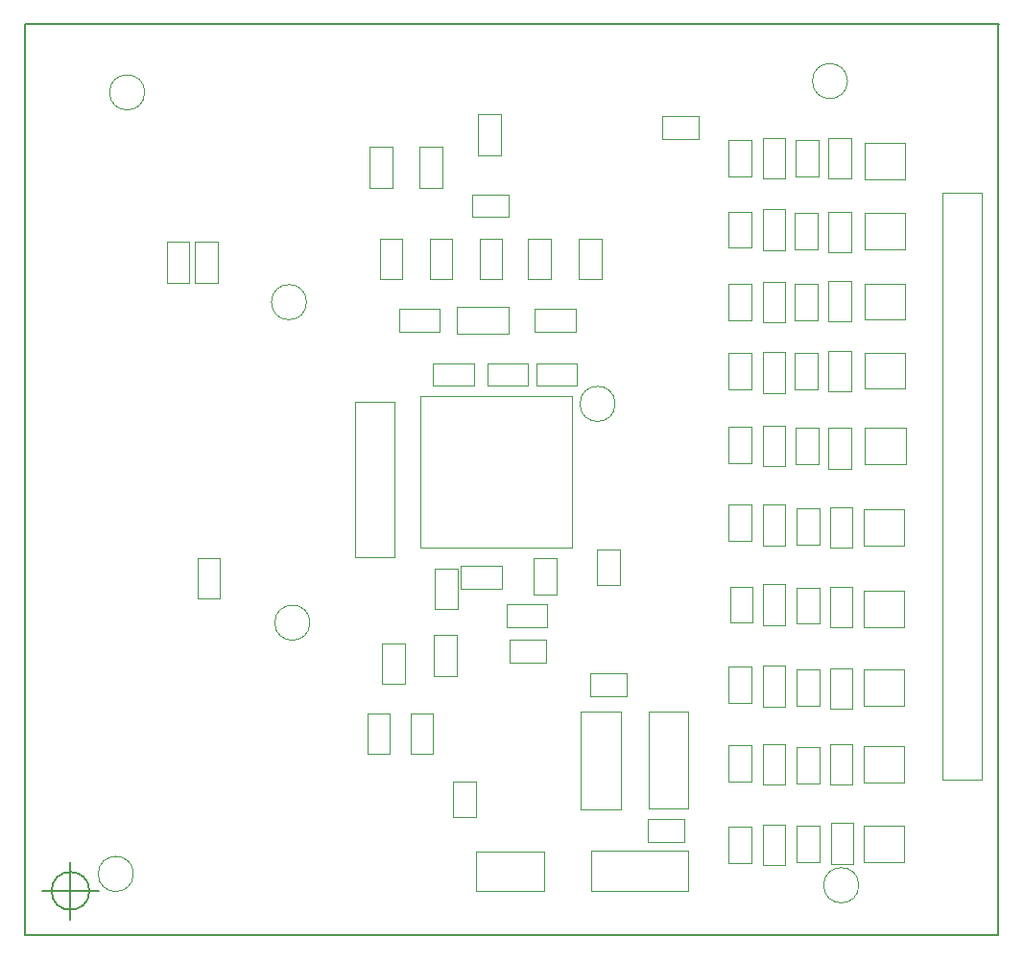
<source format=gbr>
G04 #@! TF.FileFunction,Other,User*
%FSLAX46Y46*%
G04 Gerber Fmt 4.6, Leading zero omitted, Abs format (unit mm)*
G04 Created by KiCad (PCBNEW 4.0.2-stable) date 30/10/2016 11:04:25*
%MOMM*%
G01*
G04 APERTURE LIST*
%ADD10C,0.100000*%
%ADD11C,0.150000*%
%ADD12C,0.050000*%
G04 APERTURE END LIST*
D10*
D11*
X1666666Y0D02*
G75*
G03X1666666Y0I-1666666J0D01*
G01*
X-2500000Y0D02*
X2500000Y0D01*
X0Y2500000D02*
X0Y-2500000D01*
X-3985000Y76580000D02*
X81880000Y76580000D01*
X-3985000Y76580000D02*
X-3985000Y-3920000D01*
X81875000Y-3920000D02*
X81875000Y76580000D01*
X-3990000Y-3920000D02*
X81875000Y-3920000D01*
D12*
X21130000Y23680000D02*
G75*
G03X21130000Y23680000I-1550000J0D01*
G01*
X20830000Y51980000D02*
G75*
G03X20830000Y51980000I-1550000J0D01*
G01*
X51020000Y15850000D02*
X51020000Y7250000D01*
X54520000Y15850000D02*
X54520000Y7250000D01*
X51020000Y15850000D02*
X54520000Y15850000D01*
X51020000Y7250000D02*
X54520000Y7250000D01*
X35480000Y61480000D02*
X38680000Y61480000D01*
X35480000Y59480000D02*
X38680000Y59480000D01*
X35480000Y61480000D02*
X35480000Y59480000D01*
X38680000Y61480000D02*
X38680000Y59480000D01*
X44280000Y30280000D02*
X44280000Y43680000D01*
X30880000Y30280000D02*
X30880000Y43680000D01*
X44280000Y30280000D02*
X30880000Y30280000D01*
X44280000Y43680000D02*
X30880000Y43680000D01*
X61080000Y62880000D02*
X61080000Y66480000D01*
X63080000Y62880000D02*
X63080000Y66480000D01*
X61080000Y62880000D02*
X63080000Y62880000D01*
X61080000Y66480000D02*
X63080000Y66480000D01*
X66880000Y62880000D02*
X66880000Y66480000D01*
X68880000Y62880000D02*
X68880000Y66480000D01*
X66880000Y62880000D02*
X68880000Y62880000D01*
X66880000Y66480000D02*
X68880000Y66480000D01*
X61080000Y56580000D02*
X61080000Y60180000D01*
X63080000Y56580000D02*
X63080000Y60180000D01*
X61080000Y56580000D02*
X63080000Y56580000D01*
X61080000Y60180000D02*
X63080000Y60180000D01*
X66880000Y56380000D02*
X66880000Y59980000D01*
X68880000Y56380000D02*
X68880000Y59980000D01*
X66880000Y56380000D02*
X68880000Y56380000D01*
X66880000Y59980000D02*
X68880000Y59980000D01*
X61080000Y50180000D02*
X61080000Y53780000D01*
X63080000Y50180000D02*
X63080000Y53780000D01*
X61080000Y50180000D02*
X63080000Y50180000D01*
X61080000Y53780000D02*
X63080000Y53780000D01*
X66880000Y50280000D02*
X66880000Y53880000D01*
X68880000Y50280000D02*
X68880000Y53880000D01*
X66880000Y50280000D02*
X68880000Y50280000D01*
X66880000Y53880000D02*
X68880000Y53880000D01*
X61080000Y43980000D02*
X61080000Y47580000D01*
X63080000Y43980000D02*
X63080000Y47580000D01*
X61080000Y43980000D02*
X63080000Y43980000D01*
X61080000Y47580000D02*
X63080000Y47580000D01*
X66880000Y44080000D02*
X66880000Y47680000D01*
X68880000Y44080000D02*
X68880000Y47680000D01*
X66880000Y44080000D02*
X68880000Y44080000D01*
X66880000Y47680000D02*
X68880000Y47680000D01*
X61080000Y37480000D02*
X61080000Y41080000D01*
X63080000Y37480000D02*
X63080000Y41080000D01*
X61080000Y37480000D02*
X63080000Y37480000D01*
X61080000Y41080000D02*
X63080000Y41080000D01*
X66880000Y37280000D02*
X66880000Y40880000D01*
X68880000Y37280000D02*
X68880000Y40880000D01*
X66880000Y37280000D02*
X68880000Y37280000D01*
X66880000Y40880000D02*
X68880000Y40880000D01*
X61080000Y30480000D02*
X61080000Y34080000D01*
X63080000Y30480000D02*
X63080000Y34080000D01*
X61080000Y30480000D02*
X63080000Y30480000D01*
X61080000Y34080000D02*
X63080000Y34080000D01*
X66980000Y30280000D02*
X66980000Y33880000D01*
X68980000Y30280000D02*
X68980000Y33880000D01*
X66980000Y30280000D02*
X68980000Y30280000D01*
X66980000Y33880000D02*
X68980000Y33880000D01*
X61080000Y23480000D02*
X61080000Y27080000D01*
X63080000Y23480000D02*
X63080000Y27080000D01*
X61080000Y23480000D02*
X63080000Y23480000D01*
X61080000Y27080000D02*
X63080000Y27080000D01*
X66980000Y23280000D02*
X66980000Y26880000D01*
X68980000Y23280000D02*
X68980000Y26880000D01*
X66980000Y23280000D02*
X68980000Y23280000D01*
X66980000Y26880000D02*
X68980000Y26880000D01*
X61080000Y16280000D02*
X61080000Y19880000D01*
X63080000Y16280000D02*
X63080000Y19880000D01*
X61080000Y16280000D02*
X63080000Y16280000D01*
X61080000Y19880000D02*
X63080000Y19880000D01*
X66980000Y16080000D02*
X66980000Y19680000D01*
X68980000Y16080000D02*
X68980000Y19680000D01*
X66980000Y16080000D02*
X68980000Y16080000D01*
X66980000Y19680000D02*
X68980000Y19680000D01*
X61080000Y9380000D02*
X61080000Y12980000D01*
X63080000Y9380000D02*
X63080000Y12980000D01*
X61080000Y9380000D02*
X63080000Y9380000D01*
X61080000Y12980000D02*
X63080000Y12980000D01*
X66980000Y9380000D02*
X66980000Y12980000D01*
X68980000Y9380000D02*
X68980000Y12980000D01*
X66980000Y9380000D02*
X68980000Y9380000D01*
X66980000Y12980000D02*
X68980000Y12980000D01*
X40980000Y51380000D02*
X44580000Y51380000D01*
X40980000Y49380000D02*
X44580000Y49380000D01*
X40980000Y51380000D02*
X40980000Y49380000D01*
X44580000Y51380000D02*
X44580000Y49380000D01*
X36780000Y46580000D02*
X40380000Y46580000D01*
X36780000Y44580000D02*
X40380000Y44580000D01*
X36780000Y46580000D02*
X36780000Y44580000D01*
X40380000Y46580000D02*
X40380000Y44580000D01*
X28980000Y51380000D02*
X32580000Y51380000D01*
X28980000Y49380000D02*
X32580000Y49380000D01*
X28980000Y51380000D02*
X28980000Y49380000D01*
X32580000Y51380000D02*
X32580000Y49380000D01*
X35580000Y44580000D02*
X31980000Y44580000D01*
X35580000Y46580000D02*
X31980000Y46580000D01*
X35580000Y44580000D02*
X35580000Y46580000D01*
X31980000Y44580000D02*
X31980000Y46580000D01*
X32140000Y24880000D02*
X32140000Y28480000D01*
X34140000Y24880000D02*
X34140000Y28480000D01*
X32140000Y24880000D02*
X34140000Y24880000D01*
X32140000Y28480000D02*
X34140000Y28480000D01*
X38050000Y26680000D02*
X34450000Y26680000D01*
X38050000Y28680000D02*
X34450000Y28680000D01*
X38050000Y26680000D02*
X38050000Y28680000D01*
X34450000Y26680000D02*
X34450000Y28680000D01*
X28380000Y65680000D02*
X28380000Y62080000D01*
X26380000Y65680000D02*
X26380000Y62080000D01*
X28380000Y65680000D02*
X26380000Y65680000D01*
X28380000Y62080000D02*
X26380000Y62080000D01*
X32780000Y65680000D02*
X32780000Y62080000D01*
X30780000Y65680000D02*
X30780000Y62080000D01*
X32780000Y65680000D02*
X30780000Y65680000D01*
X32780000Y62080000D02*
X30780000Y62080000D01*
X42380000Y57580000D02*
X42380000Y53980000D01*
X40380000Y57580000D02*
X40380000Y53980000D01*
X42380000Y57580000D02*
X40380000Y57580000D01*
X42380000Y53980000D02*
X40380000Y53980000D01*
X46880000Y57580000D02*
X46880000Y53980000D01*
X44880000Y57580000D02*
X44880000Y53980000D01*
X46880000Y57580000D02*
X44880000Y57580000D01*
X46880000Y53980000D02*
X44880000Y53980000D01*
X29280000Y57580000D02*
X29280000Y53980000D01*
X27280000Y57580000D02*
X27280000Y53980000D01*
X29280000Y57580000D02*
X27280000Y57580000D01*
X29280000Y53980000D02*
X27280000Y53980000D01*
X33680000Y57580000D02*
X33680000Y53980000D01*
X31680000Y57580000D02*
X31680000Y53980000D01*
X33680000Y57580000D02*
X31680000Y57580000D01*
X33680000Y53980000D02*
X31680000Y53980000D01*
X38080000Y57580000D02*
X38080000Y53980000D01*
X36080000Y57580000D02*
X36080000Y53980000D01*
X38080000Y57580000D02*
X36080000Y57580000D01*
X38080000Y53980000D02*
X36080000Y53980000D01*
X35980000Y64980000D02*
X35980000Y68580000D01*
X37980000Y64980000D02*
X37980000Y68580000D01*
X35980000Y64980000D02*
X37980000Y64980000D01*
X35980000Y68580000D02*
X37980000Y68580000D01*
X60080000Y66280000D02*
X60080000Y63080000D01*
X58080000Y66280000D02*
X58080000Y63080000D01*
X60080000Y66280000D02*
X58080000Y66280000D01*
X60080000Y63080000D02*
X58080000Y63080000D01*
X63980000Y63080000D02*
X63980000Y66280000D01*
X65980000Y63080000D02*
X65980000Y66280000D01*
X63980000Y63080000D02*
X65980000Y63080000D01*
X63980000Y66280000D02*
X65980000Y66280000D01*
X58080000Y56780000D02*
X58080000Y59980000D01*
X60080000Y56780000D02*
X60080000Y59980000D01*
X58080000Y56780000D02*
X60080000Y56780000D01*
X58080000Y59980000D02*
X60080000Y59980000D01*
X63880000Y56680000D02*
X63880000Y59880000D01*
X65880000Y56680000D02*
X65880000Y59880000D01*
X63880000Y56680000D02*
X65880000Y56680000D01*
X63880000Y59880000D02*
X65880000Y59880000D01*
X60080000Y53580000D02*
X60080000Y50380000D01*
X58080000Y53580000D02*
X58080000Y50380000D01*
X60080000Y53580000D02*
X58080000Y53580000D01*
X60080000Y50380000D02*
X58080000Y50380000D01*
X63880000Y50380000D02*
X63880000Y53580000D01*
X65880000Y50380000D02*
X65880000Y53580000D01*
X63880000Y50380000D02*
X65880000Y50380000D01*
X63880000Y53580000D02*
X65880000Y53580000D01*
X58080000Y44280000D02*
X58080000Y47480000D01*
X60080000Y44280000D02*
X60080000Y47480000D01*
X58080000Y44280000D02*
X60080000Y44280000D01*
X58080000Y47480000D02*
X60080000Y47480000D01*
X63880000Y44280000D02*
X63880000Y47480000D01*
X65880000Y44280000D02*
X65880000Y47480000D01*
X63880000Y44280000D02*
X65880000Y44280000D01*
X63880000Y47480000D02*
X65880000Y47480000D01*
X60080000Y40980000D02*
X60080000Y37780000D01*
X58080000Y40980000D02*
X58080000Y37780000D01*
X60080000Y40980000D02*
X58080000Y40980000D01*
X60080000Y37780000D02*
X58080000Y37780000D01*
X63980000Y37680000D02*
X63980000Y40880000D01*
X65980000Y37680000D02*
X65980000Y40880000D01*
X63980000Y37680000D02*
X65980000Y37680000D01*
X63980000Y40880000D02*
X65980000Y40880000D01*
X58080000Y30880000D02*
X58080000Y34080000D01*
X60080000Y30880000D02*
X60080000Y34080000D01*
X58080000Y30880000D02*
X60080000Y30880000D01*
X58080000Y34080000D02*
X60080000Y34080000D01*
X64080000Y30580000D02*
X64080000Y33780000D01*
X66080000Y30580000D02*
X66080000Y33780000D01*
X64080000Y30580000D02*
X66080000Y30580000D01*
X64080000Y33780000D02*
X66080000Y33780000D01*
X60180000Y26880000D02*
X60180000Y23680000D01*
X58180000Y26880000D02*
X58180000Y23680000D01*
X60180000Y26880000D02*
X58180000Y26880000D01*
X60180000Y23680000D02*
X58180000Y23680000D01*
X64080000Y23580000D02*
X64080000Y26780000D01*
X66080000Y23580000D02*
X66080000Y26780000D01*
X64080000Y23580000D02*
X66080000Y23580000D01*
X64080000Y26780000D02*
X66080000Y26780000D01*
X58080000Y16580000D02*
X58080000Y19780000D01*
X60080000Y16580000D02*
X60080000Y19780000D01*
X58080000Y16580000D02*
X60080000Y16580000D01*
X58080000Y19780000D02*
X60080000Y19780000D01*
X64080000Y16380000D02*
X64080000Y19580000D01*
X66080000Y16380000D02*
X66080000Y19580000D01*
X64080000Y16380000D02*
X66080000Y16380000D01*
X64080000Y19580000D02*
X66080000Y19580000D01*
X60080000Y12880000D02*
X60080000Y9680000D01*
X58080000Y12880000D02*
X58080000Y9680000D01*
X60080000Y12880000D02*
X58080000Y12880000D01*
X60080000Y9680000D02*
X58080000Y9680000D01*
X64080000Y9480000D02*
X64080000Y12680000D01*
X66080000Y9480000D02*
X66080000Y12680000D01*
X64080000Y9480000D02*
X66080000Y9480000D01*
X64080000Y12680000D02*
X66080000Y12680000D01*
X73630000Y62830000D02*
X70030000Y62830000D01*
X70030000Y62830000D02*
X70030000Y66030000D01*
X70030000Y66030000D02*
X73630000Y66030000D01*
X73630000Y66030000D02*
X73630000Y62830000D01*
X73630000Y56630000D02*
X70030000Y56630000D01*
X70030000Y56630000D02*
X70030000Y59830000D01*
X70030000Y59830000D02*
X73630000Y59830000D01*
X73630000Y59830000D02*
X73630000Y56630000D01*
X73630000Y50430000D02*
X70030000Y50430000D01*
X70030000Y50430000D02*
X70030000Y53630000D01*
X70030000Y53630000D02*
X73630000Y53630000D01*
X73630000Y53630000D02*
X73630000Y50430000D01*
X73630000Y44330000D02*
X70030000Y44330000D01*
X70030000Y44330000D02*
X70030000Y47530000D01*
X70030000Y47530000D02*
X73630000Y47530000D01*
X73630000Y47530000D02*
X73630000Y44330000D01*
X73680000Y37680000D02*
X70080000Y37680000D01*
X70080000Y37680000D02*
X70080000Y40880000D01*
X70080000Y40880000D02*
X73680000Y40880000D01*
X73680000Y40880000D02*
X73680000Y37680000D01*
X73580000Y30480000D02*
X69980000Y30480000D01*
X69980000Y30480000D02*
X69980000Y33680000D01*
X69980000Y33680000D02*
X73580000Y33680000D01*
X73580000Y33680000D02*
X73580000Y30480000D01*
X73580000Y23280000D02*
X69980000Y23280000D01*
X69980000Y23280000D02*
X69980000Y26480000D01*
X69980000Y26480000D02*
X73580000Y26480000D01*
X73580000Y26480000D02*
X73580000Y23280000D01*
X73580000Y16380000D02*
X69980000Y16380000D01*
X69980000Y16380000D02*
X69980000Y19580000D01*
X69980000Y19580000D02*
X73580000Y19580000D01*
X73580000Y19580000D02*
X73580000Y16380000D01*
X73580000Y9580000D02*
X69980000Y9580000D01*
X69980000Y9580000D02*
X69980000Y12780000D01*
X69980000Y12780000D02*
X73580000Y12780000D01*
X73580000Y12780000D02*
X73580000Y9580000D01*
X38680000Y49230000D02*
X34080000Y49230000D01*
X38680000Y51530000D02*
X34080000Y51530000D01*
X38680000Y49230000D02*
X38680000Y51530000D01*
X34080000Y49230000D02*
X34080000Y51530000D01*
X42080000Y23280000D02*
X38480000Y23280000D01*
X42080000Y25280000D02*
X38480000Y25280000D01*
X42080000Y23280000D02*
X42080000Y25280000D01*
X38480000Y23280000D02*
X38480000Y25280000D01*
X34080000Y22580000D02*
X34080000Y18980000D01*
X32080000Y22580000D02*
X32080000Y18980000D01*
X34080000Y22580000D02*
X32080000Y22580000D01*
X34080000Y18980000D02*
X32080000Y18980000D01*
X26180000Y12080000D02*
X26180000Y15680000D01*
X28180000Y12080000D02*
X28180000Y15680000D01*
X26180000Y12080000D02*
X28180000Y12080000D01*
X26180000Y15680000D02*
X28180000Y15680000D01*
X44680000Y44580000D02*
X41080000Y44580000D01*
X44680000Y46580000D02*
X41080000Y46580000D01*
X44680000Y44580000D02*
X44680000Y46580000D01*
X41080000Y44580000D02*
X41080000Y46580000D01*
X29480000Y21880000D02*
X29480000Y18280000D01*
X27480000Y21880000D02*
X27480000Y18280000D01*
X29480000Y21880000D02*
X27480000Y21880000D01*
X29480000Y18280000D02*
X27480000Y18280000D01*
X30000000Y12100000D02*
X30000000Y15700000D01*
X32000000Y12100000D02*
X32000000Y15700000D01*
X30000000Y12100000D02*
X32000000Y12100000D01*
X30000000Y15700000D02*
X32000000Y15700000D01*
X54530000Y3530000D02*
X45930000Y3530000D01*
X54530000Y30000D02*
X45930000Y30000D01*
X54530000Y3530000D02*
X54530000Y30000D01*
X45930000Y3530000D02*
X45930000Y30000D01*
X35760000Y0D02*
X41810000Y0D01*
X35760000Y3500000D02*
X41810000Y3500000D01*
X35760000Y0D02*
X35760000Y3500000D01*
X41810000Y0D02*
X41810000Y3500000D01*
X45030000Y15830000D02*
X45030000Y7230000D01*
X48530000Y15830000D02*
X48530000Y7230000D01*
X45030000Y15830000D02*
X48530000Y15830000D01*
X45030000Y7230000D02*
X48530000Y7230000D01*
X40880000Y26180000D02*
X40880000Y29380000D01*
X42880000Y26180000D02*
X42880000Y29380000D01*
X40880000Y26180000D02*
X42880000Y26180000D01*
X40880000Y29380000D02*
X42880000Y29380000D01*
X41980000Y20180000D02*
X38780000Y20180000D01*
X41980000Y22180000D02*
X38780000Y22180000D01*
X41980000Y20180000D02*
X41980000Y22180000D01*
X38780000Y20180000D02*
X38780000Y22180000D01*
X35780000Y9680000D02*
X35780000Y6480000D01*
X33780000Y9680000D02*
X33780000Y6480000D01*
X35780000Y9680000D02*
X33780000Y9680000D01*
X35780000Y6480000D02*
X33780000Y6480000D01*
X46480000Y26980000D02*
X46480000Y30180000D01*
X48480000Y26980000D02*
X48480000Y30180000D01*
X46480000Y26980000D02*
X48480000Y26980000D01*
X46480000Y30180000D02*
X48480000Y30180000D01*
X45880000Y19180000D02*
X49080000Y19180000D01*
X45880000Y17180000D02*
X49080000Y17180000D01*
X45880000Y19180000D02*
X45880000Y17180000D01*
X49080000Y19180000D02*
X49080000Y17180000D01*
X54120000Y4320000D02*
X50920000Y4320000D01*
X54120000Y6320000D02*
X50920000Y6320000D01*
X54120000Y4320000D02*
X54120000Y6320000D01*
X50920000Y4320000D02*
X50920000Y6320000D01*
X67080000Y2380000D02*
X67080000Y5980000D01*
X69080000Y2380000D02*
X69080000Y5980000D01*
X67080000Y2380000D02*
X69080000Y2380000D01*
X67080000Y5980000D02*
X69080000Y5980000D01*
X61080000Y2280000D02*
X61080000Y5880000D01*
X63080000Y2280000D02*
X63080000Y5880000D01*
X61080000Y2280000D02*
X63080000Y2280000D01*
X61080000Y5880000D02*
X63080000Y5880000D01*
X66080000Y5780000D02*
X66080000Y2580000D01*
X64080000Y5780000D02*
X64080000Y2580000D01*
X66080000Y5780000D02*
X64080000Y5780000D01*
X66080000Y2580000D02*
X64080000Y2580000D01*
X60080000Y5680000D02*
X60080000Y2480000D01*
X58080000Y5680000D02*
X58080000Y2480000D01*
X60080000Y5680000D02*
X58080000Y5680000D01*
X60080000Y2480000D02*
X58080000Y2480000D01*
X76930000Y61630000D02*
X76930000Y9830000D01*
X80430000Y61630000D02*
X80430000Y9830000D01*
X76930000Y61630000D02*
X80430000Y61630000D01*
X76930000Y9830000D02*
X80430000Y9830000D01*
X73580000Y2580000D02*
X69980000Y2580000D01*
X69980000Y2580000D02*
X69980000Y5780000D01*
X69980000Y5780000D02*
X73580000Y5780000D01*
X73580000Y5780000D02*
X73580000Y2580000D01*
X55380000Y66380000D02*
X52180000Y66380000D01*
X55380000Y68380000D02*
X52180000Y68380000D01*
X55380000Y66380000D02*
X55380000Y68380000D01*
X52180000Y66380000D02*
X52180000Y68380000D01*
X13000000Y57300000D02*
X13000000Y53700000D01*
X11000000Y57300000D02*
X11000000Y53700000D01*
X13000000Y57300000D02*
X11000000Y57300000D01*
X13000000Y53700000D02*
X11000000Y53700000D01*
X10500000Y57300000D02*
X10500000Y53700000D01*
X8500000Y57300000D02*
X8500000Y53700000D01*
X10500000Y57300000D02*
X8500000Y57300000D01*
X10500000Y53700000D02*
X8500000Y53700000D01*
X13200000Y29400000D02*
X13200000Y25800000D01*
X11200000Y29400000D02*
X11200000Y25800000D01*
X13200000Y29400000D02*
X11200000Y29400000D01*
X13200000Y25800000D02*
X11200000Y25800000D01*
X6550000Y70500000D02*
G75*
G03X6550000Y70500000I-1550000J0D01*
G01*
X68550000Y71500000D02*
G75*
G03X68550000Y71500000I-1550000J0D01*
G01*
X5550000Y1500000D02*
G75*
G03X5550000Y1500000I-1550000J0D01*
G01*
X69550000Y500000D02*
G75*
G03X69550000Y500000I-1550000J0D01*
G01*
X48050000Y43000000D02*
G75*
G03X48050000Y43000000I-1550000J0D01*
G01*
X28570000Y29480000D02*
X28570000Y43180000D01*
X25070000Y29480000D02*
X25070000Y43180000D01*
X28570000Y29480000D02*
X25070000Y29480000D01*
X28570000Y43180000D02*
X25070000Y43180000D01*
M02*

</source>
